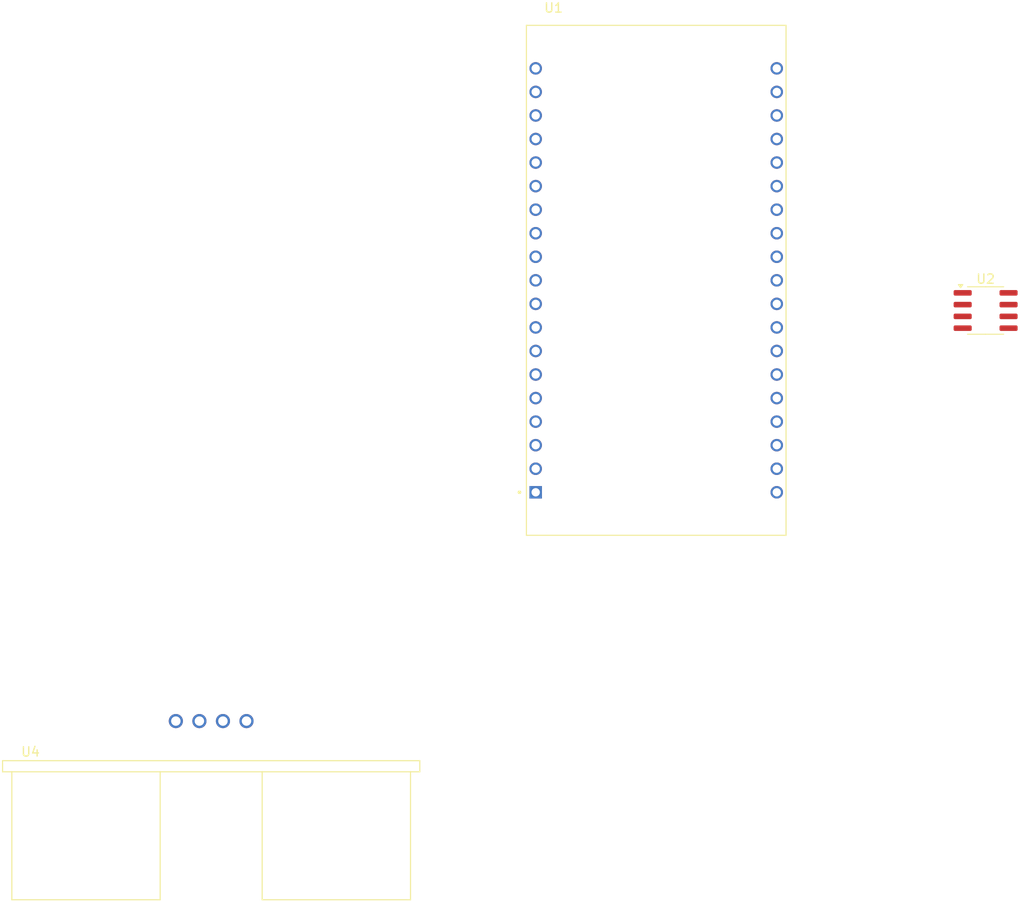
<source format=kicad_pcb>
(kicad_pcb (version 20241229) (generator "pcbnew") (generator_version "9.0")
  (layers (0 "F.Cu" signal) (2 "B.Cu" signal) (13 "F.Paste" user) (15 "B.Paste" user) (5 "F.SilkS" user "F.Silkscreen") (7 "B.SilkS" user "B.Silkscreen") (1 "F.Mask" user) (3 "B.Mask" user) (25 "Edge.Cuts" user))
  (net 0 "")
  (net 33 "GND")
  (net 39 "Net-(SW2-3)")
  (net 42 "Vin-")
  (net 48 "5VDC")
  (net 49 "Net-(U4-ECHO)")
  (footprint "HC-SR04:XCVR_HC-SR04" (layer "F.Cu") (at 75 136.875)
    (property "Reference" "U4" (at -19.48505 3.31671 0) (layer "F.SilkS") (effects (font (size 1.00052 1.00052))))
    (property "Value" "HC-SR04")
    (fp_line (start -22.5 4.27) (end 22.5 4.27) (stroke (width 0.127)) (layer "F.SilkS"))
    (fp_line (start -22.5 5.47) (end -22.5 4.27) (stroke (width 0.127)) (layer "F.SilkS"))
    (fp_line (start -21.5 5.47) (end -22.5 5.47) (stroke (width 0.127)) (layer "F.SilkS"))
    (fp_line (start -21.5 5.47) (end -21.5 19.27) (stroke (width 0.127)) (layer "F.SilkS"))
    (fp_line (start -21.5 19.27) (end -5.5 19.27) (stroke (width 0.127)) (layer "F.SilkS"))
    (fp_line (start -5.5 5.47) (end -21.5 5.47) (stroke (width 0.127)) (layer "F.SilkS"))
    (fp_line (start -5.5 5.47) (end -5.5 19.27) (stroke (width 0.127)) (layer "F.SilkS"))
    (fp_line (start 5.5 5.47) (end -5.5 5.47) (stroke (width 0.127)) (layer "F.SilkS"))
    (fp_line (start 5.5 5.47) (end 5.5 19.27) (stroke (width 0.127)) (layer "F.SilkS"))
    (fp_line (start 5.5 19.27) (end 21.5 19.27) (stroke (width 0.127)) (layer "F.SilkS"))
    (fp_line (start 21.5 5.47) (end 5.5 5.47) (stroke (width 0.127)) (layer "F.SilkS"))
    (fp_line (start 21.5 5.47) (end 21.5 19.27) (stroke (width 0.127)) (layer "F.SilkS"))
    (fp_line (start 22.5 4.27) (end 22.5 5.47) (stroke (width 0.127)) (layer "F.SilkS"))
    (fp_line (start 22.5 5.47) (end 21.5 5.47) (stroke (width 0.127)) (layer "F.SilkS"))
    (pad "1" thru_hole circle (at -3.81 0) (size 1.53 1.53) (drill 1.02) (layers "*.Cu" "*.Mask") (net 48 "5VDC"))
    (pad "2" thru_hole circle (at -1.27 0) (size 1.53 1.53) (drill 1.02) (layers "*.Cu" "*.Mask"))
    (pad "3" thru_hole circle (at 1.27 0) (size 1.53 1.53) (drill 1.02) (layers "*.Cu" "*.Mask") (net 49 "Net-(U4-ECHO)"))
    (pad "4" thru_hole circle (at 3.81 0) (size 1.53 1.53) (drill 1.02) (layers "*.Cu" "*.Mask") (net 33 "GND"))
  )
  (footprint "Package_SO:SOIC-8_3.9x4.9mm_P1.27mm" (layer "F.Cu") (at 158.525 92.595)
    (property "Reference" "U2" (at 0 -3.4 0) (layer "F.SilkS"))
    (property "Value" "INA219BxD")
    (fp_line (start 0 -2.56) (end -1.95 -2.56) (stroke (width 0.12)) (layer "F.SilkS"))
    (fp_line (start 0 -2.56) (end 1.95 -2.56) (stroke (width 0.12)) (layer "F.SilkS"))
    (fp_line (start 0 2.56) (end -1.95 2.56) (stroke (width 0.12)) (layer "F.SilkS"))
    (fp_line (start 0 2.56) (end 1.95 2.56) (stroke (width 0.12)) (layer "F.SilkS"))
    (fp_poly (pts (xy -2.7 -2.465) (xy -2.94 -2.795) (xy -2.46 -2.795) (xy -2.7 -2.465)) (stroke (width 0.12)) (fill yes) (layer "F.SilkS"))
    (pad "1" smd roundrect (at -2.475 -1.905) (size 1.95 0.6) (layers "F.Cu" "F.Mask" "F.Paste"))
    (pad "2" smd roundrect (at -2.475 -0.635) (size 1.95 0.6) (layers "F.Cu" "F.Mask" "F.Paste"))
    (pad "3" smd roundrect (at -2.475 0.635) (size 1.95 0.6) (layers "F.Cu" "F.Mask" "F.Paste"))
    (pad "4" smd roundrect (at -2.475 1.905) (size 1.95 0.6) (layers "F.Cu" "F.Mask" "F.Paste"))
    (pad "5" smd roundrect (at 2.475 1.905) (size 1.95 0.6) (layers "F.Cu" "F.Mask" "F.Paste"))
    (pad "6" smd roundrect (at 2.475 0.635) (size 1.95 0.6) (layers "F.Cu" "F.Mask" "F.Paste"))
    (pad "7" smd roundrect (at 2.475 -0.635) (size 1.95 0.6) (layers "F.Cu" "F.Mask" "F.Paste") (net 42 "Vin-"))
    (pad "8" smd roundrect (at 2.475 -1.905) (size 1.95 0.6) (layers "F.Cu" "F.Mask" "F.Paste") (net 39 "Net-(SW2-3)"))
  )
  (footprint "ESP32_NODEMCU:MODULE_ESP32_NODEMCU" (layer "F.Cu") (at 123 89.34)
    (property "Reference" "U1" (at -11.075 -29.385 0) (layer "F.SilkS"))
    (property "Value" "ESP32_NODEMCU")
    (fp_line (start -14 -27.5) (end -14 27.5) (stroke (width 0.127)) (layer "F.SilkS"))
    (fp_line (start -14 -27.5) (end 14 -27.5) (stroke (width 0.127)) (layer "F.SilkS"))
    (fp_line (start -14 27.5) (end 14 27.5) (stroke (width 0.127)) (layer "F.SilkS"))
    (fp_line (start 14 -27.5) (end 14 27.5) (stroke (width 0.127)) (layer "F.SilkS"))
    (fp_circle (center -14.75 22.86) (end -14.65 22.86) (stroke (width 0.2)) (fill no) (layer "F.SilkS"))
    (pad "" np_thru_hole circle (at -12.5 -26) (size 2.25 2.25) (drill 2.25) (layers "*.Cu" "*.Mask"))
    (pad "" np_thru_hole circle (at -12.5 26) (size 2.25 2.25) (drill 2.25) (layers "*.Cu" "*.Mask"))
    (pad "" np_thru_hole circle (at 12.5 -26) (size 2.25 2.25) (drill 2.25) (layers "*.Cu" "*.Mask"))
    (pad "" np_thru_hole circle (at 12.5 26) (size 2.25 2.25) (drill 2.25) (layers "*.Cu" "*.Mask"))
    (pad "J4_1" thru_hole circle (at 13 -22.86) (size 1.35 1.35) (drill 0.9) (layers "*.Cu" "*.Mask"))
    (pad "J4_2" thru_hole circle (at 13 -20.32) (size 1.35 1.35) (drill 0.9) (layers "*.Cu" "*.Mask"))
    (pad "J4_3" thru_hole circle (at 13 -17.78) (size 1.35 1.35) (drill 0.9) (layers "*.Cu" "*.Mask"))
    (pad "J4_4" thru_hole circle (at 13 -15.24) (size 1.35 1.35) (drill 0.9) (layers "*.Cu" "*.Mask"))
    (pad "J4_5" thru_hole circle (at 13 -12.7) (size 1.35 1.35) (drill 0.9) (layers "*.Cu" "*.Mask"))
    (pad "J4_6" thru_hole circle (at 13 -10.16) (size 1.35 1.35) (drill 0.9) (layers "*.Cu" "*.Mask"))
    (pad "J4_7" thru_hole circle (at 13 -7.62) (size 1.35 1.35) (drill 0.9) (layers "*.Cu" "*.Mask"))
    (pad "J4_8" thru_hole circle (at 13 -5.08) (size 1.35 1.35) (drill 0.9) (layers "*.Cu" "*.Mask"))
    (pad "J4_9" thru_hole circle (at 13 -2.54) (size 1.35 1.35) (drill 0.9) (layers "*.Cu" "*.Mask"))
    (pad "J4_10" thru_hole circle (at 13 0) (size 1.35 1.35) (drill 0.9) (layers "*.Cu" "*.Mask"))
    (pad "J4_11" thru_hole circle (at 13 2.54) (size 1.35 1.35) (drill 0.9) (layers "*.Cu" "*.Mask"))
    (pad "J4_12" thru_hole circle (at 13 5.08) (size 1.35 1.35) (drill 0.9) (layers "*.Cu" "*.Mask"))
    (pad "J4_13" thru_hole circle (at 13 7.62) (size 1.35 1.35) (drill 0.9) (layers "*.Cu" "*.Mask"))
    (pad "J4_14" thru_hole circle (at 13 10.16) (size 1.35 1.35) (drill 0.9) (layers "*.Cu" "*.Mask"))
    (pad "J4_15" thru_hole circle (at 13 12.7) (size 1.35 1.35) (drill 0.9) (layers "*.Cu" "*.Mask"))
    (pad "J4_16" thru_hole circle (at 13 15.24) (size 1.35 1.35) (drill 0.9) (layers "*.Cu" "*.Mask"))
    (pad "J4_17" thru_hole circle (at 13 17.78) (size 1.35 1.35) (drill 0.9) (layers "*.Cu" "*.Mask"))
    (pad "J4_18" thru_hole circle (at 13 20.32) (size 1.35 1.35) (drill 0.9) (layers "*.Cu" "*.Mask"))
    (pad "J4_19" thru_hole circle (at 13 22.86) (size 1.35 1.35) (drill 0.9) (layers "*.Cu" "*.Mask"))
    (pad "J5_1" thru_hole rect (at -13 22.86) (size 1.35 1.35) (drill 0.9) (layers "*.Cu" "*.Mask"))
    (pad "J5_2" thru_hole circle (at -13 20.32) (size 1.35 1.35) (drill 0.9) (layers "*.Cu" "*.Mask"))
    (pad "J5_3" thru_hole circle (at -13 17.78) (size 1.35 1.35) (drill 0.9) (layers "*.Cu" "*.Mask"))
    (pad "J5_4" thru_hole circle (at -13 15.24) (size 1.35 1.35) (drill 0.9) (layers "*.Cu" "*.Mask"))
    (pad "J5_5" thru_hole circle (at -13 12.7) (size 1.35 1.35) (drill 0.9) (layers "*.Cu" "*.Mask"))
    (pad "J5_6" thru_hole circle (at -13 10.16) (size 1.35 1.35) (drill 0.9) (layers "*.Cu" "*.Mask") (net 33 "GND"))
    (pad "J5_7" thru_hole circle (at -13 7.62) (size 1.35 1.35) (drill 0.9) (layers "*.Cu" "*.Mask"))
    (pad "J5_8" thru_hole circle (at -13 5.08) (size 1.35 1.35) (drill 0.9) (layers "*.Cu" "*.Mask"))
    (pad "J5_9" thru_hole circle (at -13 2.54) (size 1.35 1.35) (drill 0.9) (layers "*.Cu" "*.Mask"))
    (pad "J5_10" thru_hole circle (at -13 0) (size 1.35 1.35) (drill 0.9) (layers "*.Cu" "*.Mask"))
    (pad "J5_11" thru_hole circle (at -13 -2.54) (size 1.35 1.35) (drill 0.9) (layers "*.Cu" "*.Mask"))
    (pad "J5_12" thru_hole circle (at -13 -5.08) (size 1.35 1.35) (drill 0.9) (layers "*.Cu" "*.Mask"))
    (pad "J5_13" thru_hole circle (at -13 -7.62) (size 1.35 1.35) (drill 0.9) (layers "*.Cu" "*.Mask"))
    (pad "J5_14" thru_hole circle (at -13 -10.16) (size 1.35 1.35) (drill 0.9) (layers "*.Cu" "*.Mask"))
    (pad "J5_15" thru_hole circle (at -13 -12.7) (size 1.35 1.35) (drill 0.9) (layers "*.Cu" "*.Mask"))
    (pad "J5_16" thru_hole circle (at -13 -15.24) (size 1.35 1.35) (drill 0.9) (layers "*.Cu" "*.Mask"))
    (pad "J5_17" thru_hole circle (at -13 -17.78) (size 1.35 1.35) (drill 0.9) (layers "*.Cu" "*.Mask"))
    (pad "J5_18" thru_hole circle (at -13 -20.32) (size 1.35 1.35) (drill 0.9) (layers "*.Cu" "*.Mask"))
    (pad "J5_19" thru_hole circle (at -13 -22.86) (size 1.35 1.35) (drill 0.9) (layers "*.Cu" "*.Mask"))
  )
)
</source>
